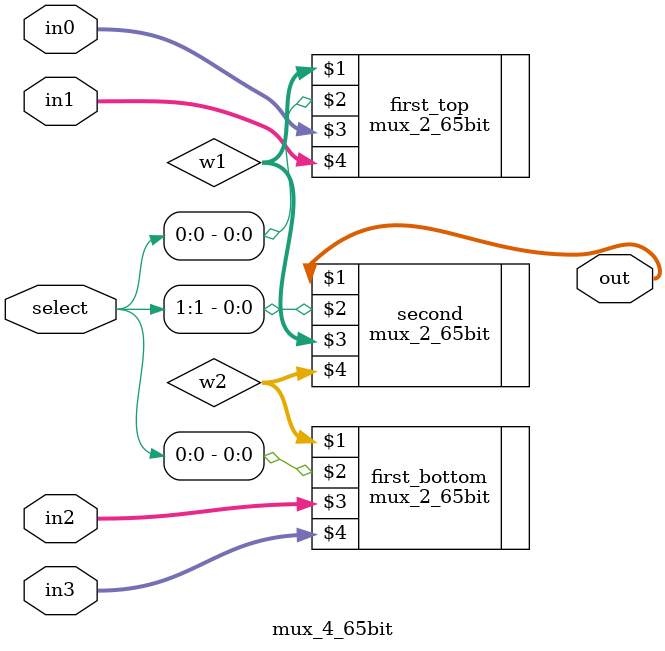
<source format=v>
module mux_4_65bit(out, select, in0, in1, in2, in3);
	input [1:0] select;
	input [64:0] in0, in1, in2, in3;
	output [64:0] out;
	wire [64:0] w1, w2;
	
	mux_2_65bit first_top(w1, select[0], in0, in1);
	mux_2_65bit first_bottom(w2, select[0], in2, in3);
	mux_2_65bit second(out, select[1], w1, w2);
	
endmodule
</source>
